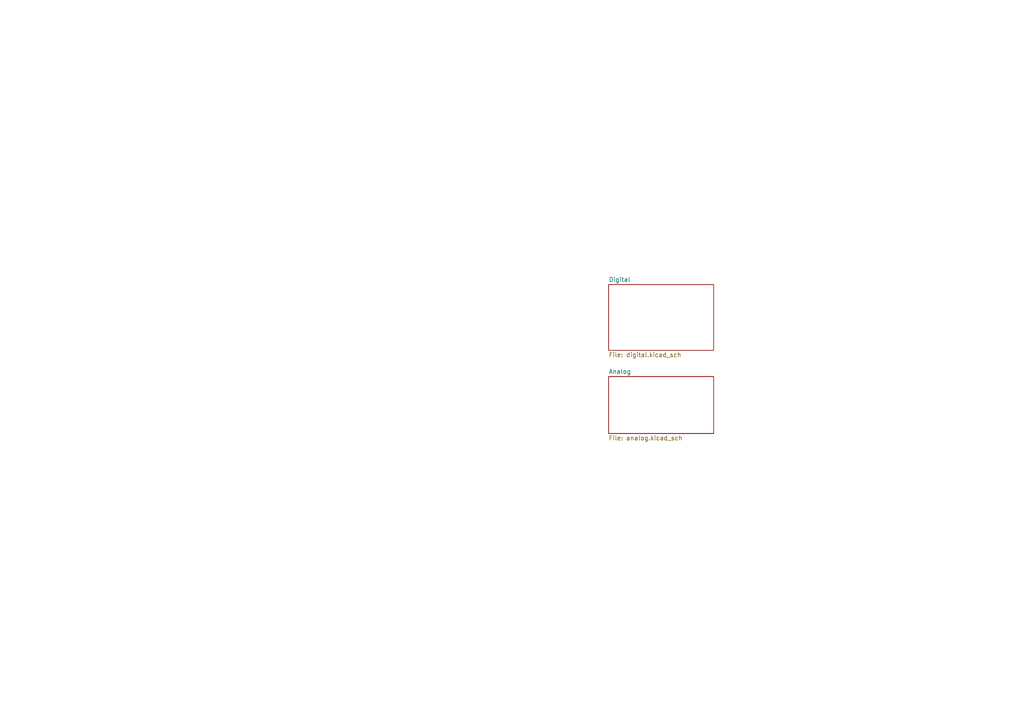
<source format=kicad_sch>
(kicad_sch (version 20230121) (generator eeschema)
  (paper "A4")
  (lib_symbols)
  (sheet (at 176.53 109.22) (size 30.48 16.51) (stroke (width 0.1524))
    (property "Sheetname" "Analog" (at 176.53 108.5084 0) (effects (justify left bottom)))
    (property "Sheetfile" "analog.kicad_sch" (at 176.53 126.3146 0) (effects (justify left top)))
  )
  (sheet (at 176.53 82.55) (size 30.48 19.05) (stroke (width 0.1524))
    (property "Sheetname" "Digital" (at 176.53 81.8384 0) (effects (justify left bottom)))
    (property "Sheetfile" "digital.kicad_sch" (at 176.53 102.1846 0) (effects (justify left top)))
  )
)
</source>
